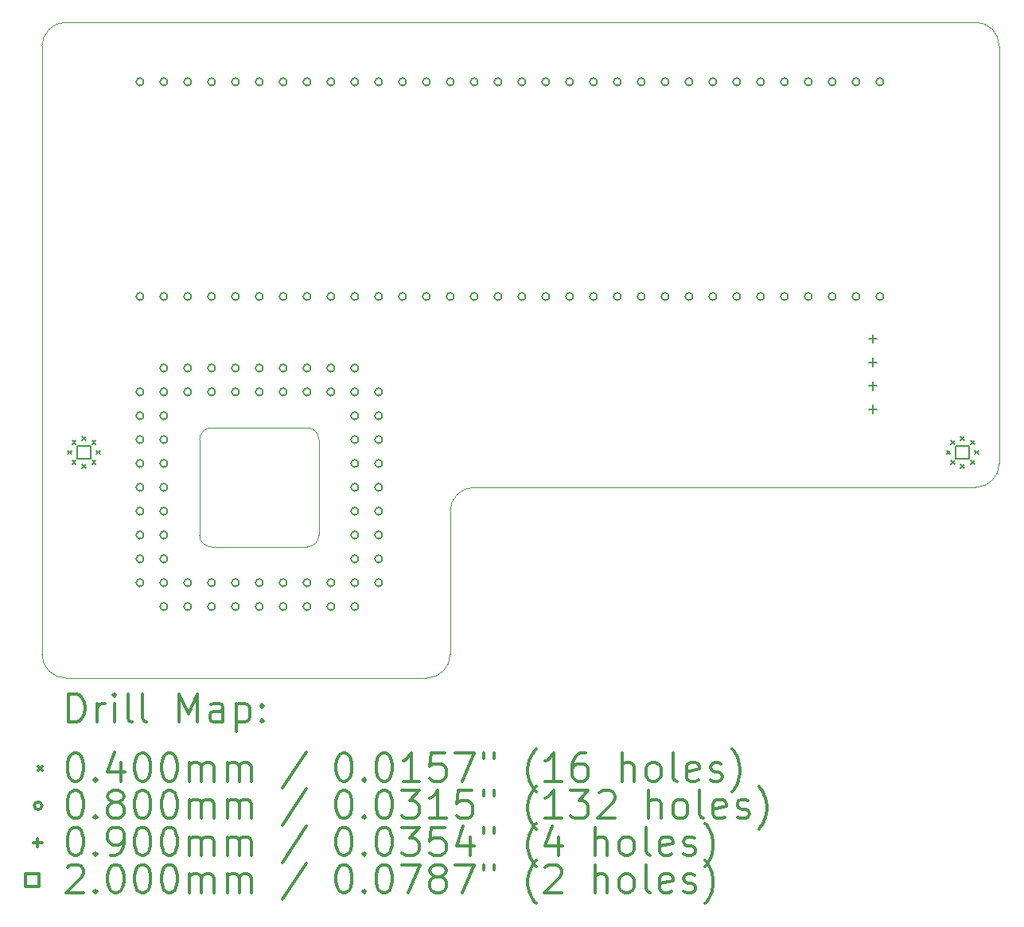
<source format=gbr>
%FSLAX45Y45*%
G04 Gerber Fmt 4.5, Leading zero omitted, Abs format (unit mm)*
G04 Created by KiCad (PCBNEW (5.1.12)-1) date 2022-01-03 17:24:47*
%MOMM*%
%LPD*%
G01*
G04 APERTURE LIST*
%TA.AperFunction,Profile*%
%ADD10C,0.050000*%
%TD*%
%ADD11C,0.200000*%
%ADD12C,0.300000*%
G04 APERTURE END LIST*
D10*
X13589000Y-12954000D02*
G75*
G02*
X13462000Y-13081000I-127000J0D01*
G01*
X12446000Y-13081000D02*
G75*
G02*
X12319000Y-12954000I0J127000D01*
G01*
X12319000Y-11938000D02*
G75*
G02*
X12446000Y-11811000I127000J0D01*
G01*
X13462000Y-11811000D02*
G75*
G02*
X13589000Y-11938000I0J-127000D01*
G01*
X13462000Y-11811000D02*
X12446000Y-11811000D01*
X13589000Y-12954000D02*
X13589000Y-11938000D01*
X12446000Y-13081000D02*
X13462000Y-13081000D01*
X12319000Y-11938000D02*
X12319000Y-12954000D01*
X10896600Y-14478000D02*
G75*
G02*
X10642600Y-14224000I0J254000D01*
G01*
X10642600Y-7747000D02*
X10642600Y-14224000D01*
X20828000Y-7747000D02*
X20828000Y-12192000D01*
X10896600Y-7493000D02*
X20574000Y-7493000D01*
X14986000Y-12700000D02*
G75*
G02*
X15240000Y-12446000I254000J0D01*
G01*
X20828000Y-12192000D02*
G75*
G02*
X20574000Y-12446000I-254000J0D01*
G01*
X20574000Y-7493000D02*
G75*
G02*
X20828000Y-7747000I0J-254000D01*
G01*
X10642600Y-7747000D02*
G75*
G02*
X10896600Y-7493000I254000J0D01*
G01*
X14986000Y-14224000D02*
G75*
G02*
X14732000Y-14478000I-254000J0D01*
G01*
X15240000Y-12446000D02*
X20574000Y-12446000D01*
X14986000Y-12700000D02*
X14986000Y-14224000D01*
X14732000Y-14478000D02*
X10896600Y-14478000D01*
D11*
X10918000Y-12053000D02*
X10958000Y-12093000D01*
X10958000Y-12053000D02*
X10918000Y-12093000D01*
X10961900Y-11946900D02*
X11001900Y-11986900D01*
X11001900Y-11946900D02*
X10961900Y-11986900D01*
X10961900Y-12159100D02*
X11001900Y-12199100D01*
X11001900Y-12159100D02*
X10961900Y-12199100D01*
X11068000Y-11903000D02*
X11108000Y-11943000D01*
X11108000Y-11903000D02*
X11068000Y-11943000D01*
X11068000Y-12203000D02*
X11108000Y-12243000D01*
X11108000Y-12203000D02*
X11068000Y-12243000D01*
X11174100Y-11946900D02*
X11214100Y-11986900D01*
X11214100Y-11946900D02*
X11174100Y-11986900D01*
X11174100Y-12159100D02*
X11214100Y-12199100D01*
X11214100Y-12159100D02*
X11174100Y-12199100D01*
X11218000Y-12053000D02*
X11258000Y-12093000D01*
X11258000Y-12053000D02*
X11218000Y-12093000D01*
X20268000Y-12053000D02*
X20308000Y-12093000D01*
X20308000Y-12053000D02*
X20268000Y-12093000D01*
X20311900Y-11946900D02*
X20351900Y-11986900D01*
X20351900Y-11946900D02*
X20311900Y-11986900D01*
X20311900Y-12159100D02*
X20351900Y-12199100D01*
X20351900Y-12159100D02*
X20311900Y-12199100D01*
X20418000Y-11903000D02*
X20458000Y-11943000D01*
X20458000Y-11903000D02*
X20418000Y-11943000D01*
X20418000Y-12203000D02*
X20458000Y-12243000D01*
X20458000Y-12203000D02*
X20418000Y-12243000D01*
X20524100Y-11946900D02*
X20564100Y-11986900D01*
X20564100Y-11946900D02*
X20524100Y-11986900D01*
X20524100Y-12159100D02*
X20564100Y-12199100D01*
X20564100Y-12159100D02*
X20524100Y-12199100D01*
X20568000Y-12053000D02*
X20608000Y-12093000D01*
X20608000Y-12053000D02*
X20568000Y-12093000D01*
X11724000Y-8128000D02*
G75*
G03*
X11724000Y-8128000I-40000J0D01*
G01*
X11724000Y-10414000D02*
G75*
G03*
X11724000Y-10414000I-40000J0D01*
G01*
X11724000Y-11430000D02*
G75*
G03*
X11724000Y-11430000I-40000J0D01*
G01*
X11724000Y-11684000D02*
G75*
G03*
X11724000Y-11684000I-40000J0D01*
G01*
X11724000Y-11938000D02*
G75*
G03*
X11724000Y-11938000I-40000J0D01*
G01*
X11724000Y-12192000D02*
G75*
G03*
X11724000Y-12192000I-40000J0D01*
G01*
X11724000Y-12446000D02*
G75*
G03*
X11724000Y-12446000I-40000J0D01*
G01*
X11724000Y-12700000D02*
G75*
G03*
X11724000Y-12700000I-40000J0D01*
G01*
X11724000Y-12954000D02*
G75*
G03*
X11724000Y-12954000I-40000J0D01*
G01*
X11724000Y-13208000D02*
G75*
G03*
X11724000Y-13208000I-40000J0D01*
G01*
X11724000Y-13462000D02*
G75*
G03*
X11724000Y-13462000I-40000J0D01*
G01*
X11978000Y-8128000D02*
G75*
G03*
X11978000Y-8128000I-40000J0D01*
G01*
X11978000Y-10414000D02*
G75*
G03*
X11978000Y-10414000I-40000J0D01*
G01*
X11978000Y-11176000D02*
G75*
G03*
X11978000Y-11176000I-40000J0D01*
G01*
X11978000Y-11430000D02*
G75*
G03*
X11978000Y-11430000I-40000J0D01*
G01*
X11978000Y-11684000D02*
G75*
G03*
X11978000Y-11684000I-40000J0D01*
G01*
X11978000Y-11938000D02*
G75*
G03*
X11978000Y-11938000I-40000J0D01*
G01*
X11978000Y-12192000D02*
G75*
G03*
X11978000Y-12192000I-40000J0D01*
G01*
X11978000Y-12446000D02*
G75*
G03*
X11978000Y-12446000I-40000J0D01*
G01*
X11978000Y-12700000D02*
G75*
G03*
X11978000Y-12700000I-40000J0D01*
G01*
X11978000Y-12954000D02*
G75*
G03*
X11978000Y-12954000I-40000J0D01*
G01*
X11978000Y-13208000D02*
G75*
G03*
X11978000Y-13208000I-40000J0D01*
G01*
X11978000Y-13462000D02*
G75*
G03*
X11978000Y-13462000I-40000J0D01*
G01*
X11978000Y-13716000D02*
G75*
G03*
X11978000Y-13716000I-40000J0D01*
G01*
X12232000Y-8128000D02*
G75*
G03*
X12232000Y-8128000I-40000J0D01*
G01*
X12232000Y-10414000D02*
G75*
G03*
X12232000Y-10414000I-40000J0D01*
G01*
X12232000Y-11176000D02*
G75*
G03*
X12232000Y-11176000I-40000J0D01*
G01*
X12232000Y-11430000D02*
G75*
G03*
X12232000Y-11430000I-40000J0D01*
G01*
X12232000Y-13462000D02*
G75*
G03*
X12232000Y-13462000I-40000J0D01*
G01*
X12232000Y-13716000D02*
G75*
G03*
X12232000Y-13716000I-40000J0D01*
G01*
X12486000Y-8128000D02*
G75*
G03*
X12486000Y-8128000I-40000J0D01*
G01*
X12486000Y-10414000D02*
G75*
G03*
X12486000Y-10414000I-40000J0D01*
G01*
X12486000Y-11176000D02*
G75*
G03*
X12486000Y-11176000I-40000J0D01*
G01*
X12486000Y-11430000D02*
G75*
G03*
X12486000Y-11430000I-40000J0D01*
G01*
X12486000Y-13462000D02*
G75*
G03*
X12486000Y-13462000I-40000J0D01*
G01*
X12486000Y-13716000D02*
G75*
G03*
X12486000Y-13716000I-40000J0D01*
G01*
X12740000Y-8128000D02*
G75*
G03*
X12740000Y-8128000I-40000J0D01*
G01*
X12740000Y-10414000D02*
G75*
G03*
X12740000Y-10414000I-40000J0D01*
G01*
X12740000Y-11176000D02*
G75*
G03*
X12740000Y-11176000I-40000J0D01*
G01*
X12740000Y-11430000D02*
G75*
G03*
X12740000Y-11430000I-40000J0D01*
G01*
X12740000Y-13462000D02*
G75*
G03*
X12740000Y-13462000I-40000J0D01*
G01*
X12740000Y-13716000D02*
G75*
G03*
X12740000Y-13716000I-40000J0D01*
G01*
X12994000Y-8128000D02*
G75*
G03*
X12994000Y-8128000I-40000J0D01*
G01*
X12994000Y-10414000D02*
G75*
G03*
X12994000Y-10414000I-40000J0D01*
G01*
X12994000Y-11176000D02*
G75*
G03*
X12994000Y-11176000I-40000J0D01*
G01*
X12994000Y-11430000D02*
G75*
G03*
X12994000Y-11430000I-40000J0D01*
G01*
X12994000Y-13462000D02*
G75*
G03*
X12994000Y-13462000I-40000J0D01*
G01*
X12994000Y-13716000D02*
G75*
G03*
X12994000Y-13716000I-40000J0D01*
G01*
X13248000Y-8128000D02*
G75*
G03*
X13248000Y-8128000I-40000J0D01*
G01*
X13248000Y-10414000D02*
G75*
G03*
X13248000Y-10414000I-40000J0D01*
G01*
X13248000Y-11176000D02*
G75*
G03*
X13248000Y-11176000I-40000J0D01*
G01*
X13248000Y-11430000D02*
G75*
G03*
X13248000Y-11430000I-40000J0D01*
G01*
X13248000Y-13462000D02*
G75*
G03*
X13248000Y-13462000I-40000J0D01*
G01*
X13248000Y-13716000D02*
G75*
G03*
X13248000Y-13716000I-40000J0D01*
G01*
X13502000Y-8128000D02*
G75*
G03*
X13502000Y-8128000I-40000J0D01*
G01*
X13502000Y-10414000D02*
G75*
G03*
X13502000Y-10414000I-40000J0D01*
G01*
X13502000Y-11176000D02*
G75*
G03*
X13502000Y-11176000I-40000J0D01*
G01*
X13502000Y-11430000D02*
G75*
G03*
X13502000Y-11430000I-40000J0D01*
G01*
X13502000Y-13462000D02*
G75*
G03*
X13502000Y-13462000I-40000J0D01*
G01*
X13502000Y-13716000D02*
G75*
G03*
X13502000Y-13716000I-40000J0D01*
G01*
X13756000Y-8128000D02*
G75*
G03*
X13756000Y-8128000I-40000J0D01*
G01*
X13756000Y-10414000D02*
G75*
G03*
X13756000Y-10414000I-40000J0D01*
G01*
X13756000Y-11176000D02*
G75*
G03*
X13756000Y-11176000I-40000J0D01*
G01*
X13756000Y-11430000D02*
G75*
G03*
X13756000Y-11430000I-40000J0D01*
G01*
X13756000Y-13462000D02*
G75*
G03*
X13756000Y-13462000I-40000J0D01*
G01*
X13756000Y-13716000D02*
G75*
G03*
X13756000Y-13716000I-40000J0D01*
G01*
X14010000Y-8128000D02*
G75*
G03*
X14010000Y-8128000I-40000J0D01*
G01*
X14010000Y-10414000D02*
G75*
G03*
X14010000Y-10414000I-40000J0D01*
G01*
X14010000Y-11176000D02*
G75*
G03*
X14010000Y-11176000I-40000J0D01*
G01*
X14010000Y-11430000D02*
G75*
G03*
X14010000Y-11430000I-40000J0D01*
G01*
X14010000Y-11684000D02*
G75*
G03*
X14010000Y-11684000I-40000J0D01*
G01*
X14010000Y-11938000D02*
G75*
G03*
X14010000Y-11938000I-40000J0D01*
G01*
X14010000Y-12192000D02*
G75*
G03*
X14010000Y-12192000I-40000J0D01*
G01*
X14010000Y-12446000D02*
G75*
G03*
X14010000Y-12446000I-40000J0D01*
G01*
X14010000Y-12700000D02*
G75*
G03*
X14010000Y-12700000I-40000J0D01*
G01*
X14010000Y-12954000D02*
G75*
G03*
X14010000Y-12954000I-40000J0D01*
G01*
X14010000Y-13208000D02*
G75*
G03*
X14010000Y-13208000I-40000J0D01*
G01*
X14010000Y-13462000D02*
G75*
G03*
X14010000Y-13462000I-40000J0D01*
G01*
X14010000Y-13716000D02*
G75*
G03*
X14010000Y-13716000I-40000J0D01*
G01*
X14264000Y-8128000D02*
G75*
G03*
X14264000Y-8128000I-40000J0D01*
G01*
X14264000Y-10414000D02*
G75*
G03*
X14264000Y-10414000I-40000J0D01*
G01*
X14264000Y-11430000D02*
G75*
G03*
X14264000Y-11430000I-40000J0D01*
G01*
X14264000Y-11684000D02*
G75*
G03*
X14264000Y-11684000I-40000J0D01*
G01*
X14264000Y-11938000D02*
G75*
G03*
X14264000Y-11938000I-40000J0D01*
G01*
X14264000Y-12192000D02*
G75*
G03*
X14264000Y-12192000I-40000J0D01*
G01*
X14264000Y-12446000D02*
G75*
G03*
X14264000Y-12446000I-40000J0D01*
G01*
X14264000Y-12700000D02*
G75*
G03*
X14264000Y-12700000I-40000J0D01*
G01*
X14264000Y-12954000D02*
G75*
G03*
X14264000Y-12954000I-40000J0D01*
G01*
X14264000Y-13208000D02*
G75*
G03*
X14264000Y-13208000I-40000J0D01*
G01*
X14264000Y-13462000D02*
G75*
G03*
X14264000Y-13462000I-40000J0D01*
G01*
X14518000Y-8128000D02*
G75*
G03*
X14518000Y-8128000I-40000J0D01*
G01*
X14518000Y-10414000D02*
G75*
G03*
X14518000Y-10414000I-40000J0D01*
G01*
X14772000Y-8128000D02*
G75*
G03*
X14772000Y-8128000I-40000J0D01*
G01*
X14772000Y-10414000D02*
G75*
G03*
X14772000Y-10414000I-40000J0D01*
G01*
X15026000Y-8128000D02*
G75*
G03*
X15026000Y-8128000I-40000J0D01*
G01*
X15026000Y-10414000D02*
G75*
G03*
X15026000Y-10414000I-40000J0D01*
G01*
X15280000Y-8128000D02*
G75*
G03*
X15280000Y-8128000I-40000J0D01*
G01*
X15280000Y-10414000D02*
G75*
G03*
X15280000Y-10414000I-40000J0D01*
G01*
X15534000Y-8128000D02*
G75*
G03*
X15534000Y-8128000I-40000J0D01*
G01*
X15534000Y-10414000D02*
G75*
G03*
X15534000Y-10414000I-40000J0D01*
G01*
X15788000Y-8128000D02*
G75*
G03*
X15788000Y-8128000I-40000J0D01*
G01*
X15788000Y-10414000D02*
G75*
G03*
X15788000Y-10414000I-40000J0D01*
G01*
X16042000Y-8128000D02*
G75*
G03*
X16042000Y-8128000I-40000J0D01*
G01*
X16042000Y-10414000D02*
G75*
G03*
X16042000Y-10414000I-40000J0D01*
G01*
X16296000Y-8128000D02*
G75*
G03*
X16296000Y-8128000I-40000J0D01*
G01*
X16296000Y-10414000D02*
G75*
G03*
X16296000Y-10414000I-40000J0D01*
G01*
X16550000Y-8128000D02*
G75*
G03*
X16550000Y-8128000I-40000J0D01*
G01*
X16550000Y-10414000D02*
G75*
G03*
X16550000Y-10414000I-40000J0D01*
G01*
X16804000Y-8128000D02*
G75*
G03*
X16804000Y-8128000I-40000J0D01*
G01*
X16804000Y-10414000D02*
G75*
G03*
X16804000Y-10414000I-40000J0D01*
G01*
X17058000Y-8128000D02*
G75*
G03*
X17058000Y-8128000I-40000J0D01*
G01*
X17058000Y-10414000D02*
G75*
G03*
X17058000Y-10414000I-40000J0D01*
G01*
X17312000Y-8128000D02*
G75*
G03*
X17312000Y-8128000I-40000J0D01*
G01*
X17312000Y-10414000D02*
G75*
G03*
X17312000Y-10414000I-40000J0D01*
G01*
X17566000Y-8128000D02*
G75*
G03*
X17566000Y-8128000I-40000J0D01*
G01*
X17566000Y-10414000D02*
G75*
G03*
X17566000Y-10414000I-40000J0D01*
G01*
X17820000Y-8128000D02*
G75*
G03*
X17820000Y-8128000I-40000J0D01*
G01*
X17820000Y-10414000D02*
G75*
G03*
X17820000Y-10414000I-40000J0D01*
G01*
X18074000Y-8128000D02*
G75*
G03*
X18074000Y-8128000I-40000J0D01*
G01*
X18074000Y-10414000D02*
G75*
G03*
X18074000Y-10414000I-40000J0D01*
G01*
X18328000Y-8128000D02*
G75*
G03*
X18328000Y-8128000I-40000J0D01*
G01*
X18328000Y-10414000D02*
G75*
G03*
X18328000Y-10414000I-40000J0D01*
G01*
X18582000Y-8128000D02*
G75*
G03*
X18582000Y-8128000I-40000J0D01*
G01*
X18582000Y-10414000D02*
G75*
G03*
X18582000Y-10414000I-40000J0D01*
G01*
X18836000Y-8128000D02*
G75*
G03*
X18836000Y-8128000I-40000J0D01*
G01*
X18836000Y-10414000D02*
G75*
G03*
X18836000Y-10414000I-40000J0D01*
G01*
X19090000Y-8128000D02*
G75*
G03*
X19090000Y-8128000I-40000J0D01*
G01*
X19090000Y-10414000D02*
G75*
G03*
X19090000Y-10414000I-40000J0D01*
G01*
X19344000Y-8128000D02*
G75*
G03*
X19344000Y-8128000I-40000J0D01*
G01*
X19344000Y-10414000D02*
G75*
G03*
X19344000Y-10414000I-40000J0D01*
G01*
X19598000Y-8128000D02*
G75*
G03*
X19598000Y-8128000I-40000J0D01*
G01*
X19598000Y-10414000D02*
G75*
G03*
X19598000Y-10414000I-40000J0D01*
G01*
X19484000Y-10819500D02*
X19484000Y-10909500D01*
X19439000Y-10864500D02*
X19529000Y-10864500D01*
X19484000Y-11069500D02*
X19484000Y-11159500D01*
X19439000Y-11114500D02*
X19529000Y-11114500D01*
X19484000Y-11319500D02*
X19484000Y-11409500D01*
X19439000Y-11364500D02*
X19529000Y-11364500D01*
X19484000Y-11569500D02*
X19484000Y-11659500D01*
X19439000Y-11614500D02*
X19529000Y-11614500D01*
X11158711Y-12143711D02*
X11158711Y-12002289D01*
X11017289Y-12002289D01*
X11017289Y-12143711D01*
X11158711Y-12143711D01*
X20508711Y-12143711D02*
X20508711Y-12002289D01*
X20367289Y-12002289D01*
X20367289Y-12143711D01*
X20508711Y-12143711D01*
D12*
X10926528Y-14946214D02*
X10926528Y-14646214D01*
X10997957Y-14646214D01*
X11040814Y-14660500D01*
X11069386Y-14689071D01*
X11083671Y-14717643D01*
X11097957Y-14774786D01*
X11097957Y-14817643D01*
X11083671Y-14874786D01*
X11069386Y-14903357D01*
X11040814Y-14931929D01*
X10997957Y-14946214D01*
X10926528Y-14946214D01*
X11226528Y-14946214D02*
X11226528Y-14746214D01*
X11226528Y-14803357D02*
X11240814Y-14774786D01*
X11255100Y-14760500D01*
X11283671Y-14746214D01*
X11312243Y-14746214D01*
X11412243Y-14946214D02*
X11412243Y-14746214D01*
X11412243Y-14646214D02*
X11397957Y-14660500D01*
X11412243Y-14674786D01*
X11426528Y-14660500D01*
X11412243Y-14646214D01*
X11412243Y-14674786D01*
X11597957Y-14946214D02*
X11569386Y-14931929D01*
X11555100Y-14903357D01*
X11555100Y-14646214D01*
X11755100Y-14946214D02*
X11726528Y-14931929D01*
X11712243Y-14903357D01*
X11712243Y-14646214D01*
X12097957Y-14946214D02*
X12097957Y-14646214D01*
X12197957Y-14860500D01*
X12297957Y-14646214D01*
X12297957Y-14946214D01*
X12569386Y-14946214D02*
X12569386Y-14789071D01*
X12555100Y-14760500D01*
X12526528Y-14746214D01*
X12469386Y-14746214D01*
X12440814Y-14760500D01*
X12569386Y-14931929D02*
X12540814Y-14946214D01*
X12469386Y-14946214D01*
X12440814Y-14931929D01*
X12426528Y-14903357D01*
X12426528Y-14874786D01*
X12440814Y-14846214D01*
X12469386Y-14831929D01*
X12540814Y-14831929D01*
X12569386Y-14817643D01*
X12712243Y-14746214D02*
X12712243Y-15046214D01*
X12712243Y-14760500D02*
X12740814Y-14746214D01*
X12797957Y-14746214D01*
X12826528Y-14760500D01*
X12840814Y-14774786D01*
X12855100Y-14803357D01*
X12855100Y-14889071D01*
X12840814Y-14917643D01*
X12826528Y-14931929D01*
X12797957Y-14946214D01*
X12740814Y-14946214D01*
X12712243Y-14931929D01*
X12983671Y-14917643D02*
X12997957Y-14931929D01*
X12983671Y-14946214D01*
X12969386Y-14931929D01*
X12983671Y-14917643D01*
X12983671Y-14946214D01*
X12983671Y-14760500D02*
X12997957Y-14774786D01*
X12983671Y-14789071D01*
X12969386Y-14774786D01*
X12983671Y-14760500D01*
X12983671Y-14789071D01*
X10600100Y-15420500D02*
X10640100Y-15460500D01*
X10640100Y-15420500D02*
X10600100Y-15460500D01*
X10983671Y-15276214D02*
X11012243Y-15276214D01*
X11040814Y-15290500D01*
X11055100Y-15304786D01*
X11069386Y-15333357D01*
X11083671Y-15390500D01*
X11083671Y-15461929D01*
X11069386Y-15519071D01*
X11055100Y-15547643D01*
X11040814Y-15561929D01*
X11012243Y-15576214D01*
X10983671Y-15576214D01*
X10955100Y-15561929D01*
X10940814Y-15547643D01*
X10926528Y-15519071D01*
X10912243Y-15461929D01*
X10912243Y-15390500D01*
X10926528Y-15333357D01*
X10940814Y-15304786D01*
X10955100Y-15290500D01*
X10983671Y-15276214D01*
X11212243Y-15547643D02*
X11226528Y-15561929D01*
X11212243Y-15576214D01*
X11197957Y-15561929D01*
X11212243Y-15547643D01*
X11212243Y-15576214D01*
X11483671Y-15376214D02*
X11483671Y-15576214D01*
X11412243Y-15261929D02*
X11340814Y-15476214D01*
X11526528Y-15476214D01*
X11697957Y-15276214D02*
X11726528Y-15276214D01*
X11755100Y-15290500D01*
X11769386Y-15304786D01*
X11783671Y-15333357D01*
X11797957Y-15390500D01*
X11797957Y-15461929D01*
X11783671Y-15519071D01*
X11769386Y-15547643D01*
X11755100Y-15561929D01*
X11726528Y-15576214D01*
X11697957Y-15576214D01*
X11669386Y-15561929D01*
X11655100Y-15547643D01*
X11640814Y-15519071D01*
X11626528Y-15461929D01*
X11626528Y-15390500D01*
X11640814Y-15333357D01*
X11655100Y-15304786D01*
X11669386Y-15290500D01*
X11697957Y-15276214D01*
X11983671Y-15276214D02*
X12012243Y-15276214D01*
X12040814Y-15290500D01*
X12055100Y-15304786D01*
X12069386Y-15333357D01*
X12083671Y-15390500D01*
X12083671Y-15461929D01*
X12069386Y-15519071D01*
X12055100Y-15547643D01*
X12040814Y-15561929D01*
X12012243Y-15576214D01*
X11983671Y-15576214D01*
X11955100Y-15561929D01*
X11940814Y-15547643D01*
X11926528Y-15519071D01*
X11912243Y-15461929D01*
X11912243Y-15390500D01*
X11926528Y-15333357D01*
X11940814Y-15304786D01*
X11955100Y-15290500D01*
X11983671Y-15276214D01*
X12212243Y-15576214D02*
X12212243Y-15376214D01*
X12212243Y-15404786D02*
X12226528Y-15390500D01*
X12255100Y-15376214D01*
X12297957Y-15376214D01*
X12326528Y-15390500D01*
X12340814Y-15419071D01*
X12340814Y-15576214D01*
X12340814Y-15419071D02*
X12355100Y-15390500D01*
X12383671Y-15376214D01*
X12426528Y-15376214D01*
X12455100Y-15390500D01*
X12469386Y-15419071D01*
X12469386Y-15576214D01*
X12612243Y-15576214D02*
X12612243Y-15376214D01*
X12612243Y-15404786D02*
X12626528Y-15390500D01*
X12655100Y-15376214D01*
X12697957Y-15376214D01*
X12726528Y-15390500D01*
X12740814Y-15419071D01*
X12740814Y-15576214D01*
X12740814Y-15419071D02*
X12755100Y-15390500D01*
X12783671Y-15376214D01*
X12826528Y-15376214D01*
X12855100Y-15390500D01*
X12869386Y-15419071D01*
X12869386Y-15576214D01*
X13455100Y-15261929D02*
X13197957Y-15647643D01*
X13840814Y-15276214D02*
X13869386Y-15276214D01*
X13897957Y-15290500D01*
X13912243Y-15304786D01*
X13926528Y-15333357D01*
X13940814Y-15390500D01*
X13940814Y-15461929D01*
X13926528Y-15519071D01*
X13912243Y-15547643D01*
X13897957Y-15561929D01*
X13869386Y-15576214D01*
X13840814Y-15576214D01*
X13812243Y-15561929D01*
X13797957Y-15547643D01*
X13783671Y-15519071D01*
X13769386Y-15461929D01*
X13769386Y-15390500D01*
X13783671Y-15333357D01*
X13797957Y-15304786D01*
X13812243Y-15290500D01*
X13840814Y-15276214D01*
X14069386Y-15547643D02*
X14083671Y-15561929D01*
X14069386Y-15576214D01*
X14055100Y-15561929D01*
X14069386Y-15547643D01*
X14069386Y-15576214D01*
X14269386Y-15276214D02*
X14297957Y-15276214D01*
X14326528Y-15290500D01*
X14340814Y-15304786D01*
X14355100Y-15333357D01*
X14369386Y-15390500D01*
X14369386Y-15461929D01*
X14355100Y-15519071D01*
X14340814Y-15547643D01*
X14326528Y-15561929D01*
X14297957Y-15576214D01*
X14269386Y-15576214D01*
X14240814Y-15561929D01*
X14226528Y-15547643D01*
X14212243Y-15519071D01*
X14197957Y-15461929D01*
X14197957Y-15390500D01*
X14212243Y-15333357D01*
X14226528Y-15304786D01*
X14240814Y-15290500D01*
X14269386Y-15276214D01*
X14655100Y-15576214D02*
X14483671Y-15576214D01*
X14569386Y-15576214D02*
X14569386Y-15276214D01*
X14540814Y-15319071D01*
X14512243Y-15347643D01*
X14483671Y-15361929D01*
X14926528Y-15276214D02*
X14783671Y-15276214D01*
X14769386Y-15419071D01*
X14783671Y-15404786D01*
X14812243Y-15390500D01*
X14883671Y-15390500D01*
X14912243Y-15404786D01*
X14926528Y-15419071D01*
X14940814Y-15447643D01*
X14940814Y-15519071D01*
X14926528Y-15547643D01*
X14912243Y-15561929D01*
X14883671Y-15576214D01*
X14812243Y-15576214D01*
X14783671Y-15561929D01*
X14769386Y-15547643D01*
X15040814Y-15276214D02*
X15240814Y-15276214D01*
X15112243Y-15576214D01*
X15340814Y-15276214D02*
X15340814Y-15333357D01*
X15455100Y-15276214D02*
X15455100Y-15333357D01*
X15897957Y-15690500D02*
X15883671Y-15676214D01*
X15855100Y-15633357D01*
X15840814Y-15604786D01*
X15826528Y-15561929D01*
X15812243Y-15490500D01*
X15812243Y-15433357D01*
X15826528Y-15361929D01*
X15840814Y-15319071D01*
X15855100Y-15290500D01*
X15883671Y-15247643D01*
X15897957Y-15233357D01*
X16169386Y-15576214D02*
X15997957Y-15576214D01*
X16083671Y-15576214D02*
X16083671Y-15276214D01*
X16055100Y-15319071D01*
X16026528Y-15347643D01*
X15997957Y-15361929D01*
X16426528Y-15276214D02*
X16369386Y-15276214D01*
X16340814Y-15290500D01*
X16326528Y-15304786D01*
X16297957Y-15347643D01*
X16283671Y-15404786D01*
X16283671Y-15519071D01*
X16297957Y-15547643D01*
X16312243Y-15561929D01*
X16340814Y-15576214D01*
X16397957Y-15576214D01*
X16426528Y-15561929D01*
X16440814Y-15547643D01*
X16455100Y-15519071D01*
X16455100Y-15447643D01*
X16440814Y-15419071D01*
X16426528Y-15404786D01*
X16397957Y-15390500D01*
X16340814Y-15390500D01*
X16312243Y-15404786D01*
X16297957Y-15419071D01*
X16283671Y-15447643D01*
X16812243Y-15576214D02*
X16812243Y-15276214D01*
X16940814Y-15576214D02*
X16940814Y-15419071D01*
X16926528Y-15390500D01*
X16897957Y-15376214D01*
X16855100Y-15376214D01*
X16826528Y-15390500D01*
X16812243Y-15404786D01*
X17126528Y-15576214D02*
X17097957Y-15561929D01*
X17083671Y-15547643D01*
X17069386Y-15519071D01*
X17069386Y-15433357D01*
X17083671Y-15404786D01*
X17097957Y-15390500D01*
X17126528Y-15376214D01*
X17169386Y-15376214D01*
X17197957Y-15390500D01*
X17212243Y-15404786D01*
X17226528Y-15433357D01*
X17226528Y-15519071D01*
X17212243Y-15547643D01*
X17197957Y-15561929D01*
X17169386Y-15576214D01*
X17126528Y-15576214D01*
X17397957Y-15576214D02*
X17369386Y-15561929D01*
X17355100Y-15533357D01*
X17355100Y-15276214D01*
X17626528Y-15561929D02*
X17597957Y-15576214D01*
X17540814Y-15576214D01*
X17512243Y-15561929D01*
X17497957Y-15533357D01*
X17497957Y-15419071D01*
X17512243Y-15390500D01*
X17540814Y-15376214D01*
X17597957Y-15376214D01*
X17626528Y-15390500D01*
X17640814Y-15419071D01*
X17640814Y-15447643D01*
X17497957Y-15476214D01*
X17755100Y-15561929D02*
X17783671Y-15576214D01*
X17840814Y-15576214D01*
X17869386Y-15561929D01*
X17883671Y-15533357D01*
X17883671Y-15519071D01*
X17869386Y-15490500D01*
X17840814Y-15476214D01*
X17797957Y-15476214D01*
X17769386Y-15461929D01*
X17755100Y-15433357D01*
X17755100Y-15419071D01*
X17769386Y-15390500D01*
X17797957Y-15376214D01*
X17840814Y-15376214D01*
X17869386Y-15390500D01*
X17983671Y-15690500D02*
X17997957Y-15676214D01*
X18026528Y-15633357D01*
X18040814Y-15604786D01*
X18055100Y-15561929D01*
X18069386Y-15490500D01*
X18069386Y-15433357D01*
X18055100Y-15361929D01*
X18040814Y-15319071D01*
X18026528Y-15290500D01*
X17997957Y-15247643D01*
X17983671Y-15233357D01*
X10640100Y-15836500D02*
G75*
G03*
X10640100Y-15836500I-40000J0D01*
G01*
X10983671Y-15672214D02*
X11012243Y-15672214D01*
X11040814Y-15686500D01*
X11055100Y-15700786D01*
X11069386Y-15729357D01*
X11083671Y-15786500D01*
X11083671Y-15857929D01*
X11069386Y-15915071D01*
X11055100Y-15943643D01*
X11040814Y-15957929D01*
X11012243Y-15972214D01*
X10983671Y-15972214D01*
X10955100Y-15957929D01*
X10940814Y-15943643D01*
X10926528Y-15915071D01*
X10912243Y-15857929D01*
X10912243Y-15786500D01*
X10926528Y-15729357D01*
X10940814Y-15700786D01*
X10955100Y-15686500D01*
X10983671Y-15672214D01*
X11212243Y-15943643D02*
X11226528Y-15957929D01*
X11212243Y-15972214D01*
X11197957Y-15957929D01*
X11212243Y-15943643D01*
X11212243Y-15972214D01*
X11397957Y-15800786D02*
X11369386Y-15786500D01*
X11355100Y-15772214D01*
X11340814Y-15743643D01*
X11340814Y-15729357D01*
X11355100Y-15700786D01*
X11369386Y-15686500D01*
X11397957Y-15672214D01*
X11455100Y-15672214D01*
X11483671Y-15686500D01*
X11497957Y-15700786D01*
X11512243Y-15729357D01*
X11512243Y-15743643D01*
X11497957Y-15772214D01*
X11483671Y-15786500D01*
X11455100Y-15800786D01*
X11397957Y-15800786D01*
X11369386Y-15815071D01*
X11355100Y-15829357D01*
X11340814Y-15857929D01*
X11340814Y-15915071D01*
X11355100Y-15943643D01*
X11369386Y-15957929D01*
X11397957Y-15972214D01*
X11455100Y-15972214D01*
X11483671Y-15957929D01*
X11497957Y-15943643D01*
X11512243Y-15915071D01*
X11512243Y-15857929D01*
X11497957Y-15829357D01*
X11483671Y-15815071D01*
X11455100Y-15800786D01*
X11697957Y-15672214D02*
X11726528Y-15672214D01*
X11755100Y-15686500D01*
X11769386Y-15700786D01*
X11783671Y-15729357D01*
X11797957Y-15786500D01*
X11797957Y-15857929D01*
X11783671Y-15915071D01*
X11769386Y-15943643D01*
X11755100Y-15957929D01*
X11726528Y-15972214D01*
X11697957Y-15972214D01*
X11669386Y-15957929D01*
X11655100Y-15943643D01*
X11640814Y-15915071D01*
X11626528Y-15857929D01*
X11626528Y-15786500D01*
X11640814Y-15729357D01*
X11655100Y-15700786D01*
X11669386Y-15686500D01*
X11697957Y-15672214D01*
X11983671Y-15672214D02*
X12012243Y-15672214D01*
X12040814Y-15686500D01*
X12055100Y-15700786D01*
X12069386Y-15729357D01*
X12083671Y-15786500D01*
X12083671Y-15857929D01*
X12069386Y-15915071D01*
X12055100Y-15943643D01*
X12040814Y-15957929D01*
X12012243Y-15972214D01*
X11983671Y-15972214D01*
X11955100Y-15957929D01*
X11940814Y-15943643D01*
X11926528Y-15915071D01*
X11912243Y-15857929D01*
X11912243Y-15786500D01*
X11926528Y-15729357D01*
X11940814Y-15700786D01*
X11955100Y-15686500D01*
X11983671Y-15672214D01*
X12212243Y-15972214D02*
X12212243Y-15772214D01*
X12212243Y-15800786D02*
X12226528Y-15786500D01*
X12255100Y-15772214D01*
X12297957Y-15772214D01*
X12326528Y-15786500D01*
X12340814Y-15815071D01*
X12340814Y-15972214D01*
X12340814Y-15815071D02*
X12355100Y-15786500D01*
X12383671Y-15772214D01*
X12426528Y-15772214D01*
X12455100Y-15786500D01*
X12469386Y-15815071D01*
X12469386Y-15972214D01*
X12612243Y-15972214D02*
X12612243Y-15772214D01*
X12612243Y-15800786D02*
X12626528Y-15786500D01*
X12655100Y-15772214D01*
X12697957Y-15772214D01*
X12726528Y-15786500D01*
X12740814Y-15815071D01*
X12740814Y-15972214D01*
X12740814Y-15815071D02*
X12755100Y-15786500D01*
X12783671Y-15772214D01*
X12826528Y-15772214D01*
X12855100Y-15786500D01*
X12869386Y-15815071D01*
X12869386Y-15972214D01*
X13455100Y-15657929D02*
X13197957Y-16043643D01*
X13840814Y-15672214D02*
X13869386Y-15672214D01*
X13897957Y-15686500D01*
X13912243Y-15700786D01*
X13926528Y-15729357D01*
X13940814Y-15786500D01*
X13940814Y-15857929D01*
X13926528Y-15915071D01*
X13912243Y-15943643D01*
X13897957Y-15957929D01*
X13869386Y-15972214D01*
X13840814Y-15972214D01*
X13812243Y-15957929D01*
X13797957Y-15943643D01*
X13783671Y-15915071D01*
X13769386Y-15857929D01*
X13769386Y-15786500D01*
X13783671Y-15729357D01*
X13797957Y-15700786D01*
X13812243Y-15686500D01*
X13840814Y-15672214D01*
X14069386Y-15943643D02*
X14083671Y-15957929D01*
X14069386Y-15972214D01*
X14055100Y-15957929D01*
X14069386Y-15943643D01*
X14069386Y-15972214D01*
X14269386Y-15672214D02*
X14297957Y-15672214D01*
X14326528Y-15686500D01*
X14340814Y-15700786D01*
X14355100Y-15729357D01*
X14369386Y-15786500D01*
X14369386Y-15857929D01*
X14355100Y-15915071D01*
X14340814Y-15943643D01*
X14326528Y-15957929D01*
X14297957Y-15972214D01*
X14269386Y-15972214D01*
X14240814Y-15957929D01*
X14226528Y-15943643D01*
X14212243Y-15915071D01*
X14197957Y-15857929D01*
X14197957Y-15786500D01*
X14212243Y-15729357D01*
X14226528Y-15700786D01*
X14240814Y-15686500D01*
X14269386Y-15672214D01*
X14469386Y-15672214D02*
X14655100Y-15672214D01*
X14555100Y-15786500D01*
X14597957Y-15786500D01*
X14626528Y-15800786D01*
X14640814Y-15815071D01*
X14655100Y-15843643D01*
X14655100Y-15915071D01*
X14640814Y-15943643D01*
X14626528Y-15957929D01*
X14597957Y-15972214D01*
X14512243Y-15972214D01*
X14483671Y-15957929D01*
X14469386Y-15943643D01*
X14940814Y-15972214D02*
X14769386Y-15972214D01*
X14855100Y-15972214D02*
X14855100Y-15672214D01*
X14826528Y-15715071D01*
X14797957Y-15743643D01*
X14769386Y-15757929D01*
X15212243Y-15672214D02*
X15069386Y-15672214D01*
X15055100Y-15815071D01*
X15069386Y-15800786D01*
X15097957Y-15786500D01*
X15169386Y-15786500D01*
X15197957Y-15800786D01*
X15212243Y-15815071D01*
X15226528Y-15843643D01*
X15226528Y-15915071D01*
X15212243Y-15943643D01*
X15197957Y-15957929D01*
X15169386Y-15972214D01*
X15097957Y-15972214D01*
X15069386Y-15957929D01*
X15055100Y-15943643D01*
X15340814Y-15672214D02*
X15340814Y-15729357D01*
X15455100Y-15672214D02*
X15455100Y-15729357D01*
X15897957Y-16086500D02*
X15883671Y-16072214D01*
X15855100Y-16029357D01*
X15840814Y-16000786D01*
X15826528Y-15957929D01*
X15812243Y-15886500D01*
X15812243Y-15829357D01*
X15826528Y-15757929D01*
X15840814Y-15715071D01*
X15855100Y-15686500D01*
X15883671Y-15643643D01*
X15897957Y-15629357D01*
X16169386Y-15972214D02*
X15997957Y-15972214D01*
X16083671Y-15972214D02*
X16083671Y-15672214D01*
X16055100Y-15715071D01*
X16026528Y-15743643D01*
X15997957Y-15757929D01*
X16269386Y-15672214D02*
X16455100Y-15672214D01*
X16355100Y-15786500D01*
X16397957Y-15786500D01*
X16426528Y-15800786D01*
X16440814Y-15815071D01*
X16455100Y-15843643D01*
X16455100Y-15915071D01*
X16440814Y-15943643D01*
X16426528Y-15957929D01*
X16397957Y-15972214D01*
X16312243Y-15972214D01*
X16283671Y-15957929D01*
X16269386Y-15943643D01*
X16569386Y-15700786D02*
X16583671Y-15686500D01*
X16612243Y-15672214D01*
X16683671Y-15672214D01*
X16712243Y-15686500D01*
X16726528Y-15700786D01*
X16740814Y-15729357D01*
X16740814Y-15757929D01*
X16726528Y-15800786D01*
X16555100Y-15972214D01*
X16740814Y-15972214D01*
X17097957Y-15972214D02*
X17097957Y-15672214D01*
X17226528Y-15972214D02*
X17226528Y-15815071D01*
X17212243Y-15786500D01*
X17183671Y-15772214D01*
X17140814Y-15772214D01*
X17112243Y-15786500D01*
X17097957Y-15800786D01*
X17412243Y-15972214D02*
X17383671Y-15957929D01*
X17369386Y-15943643D01*
X17355100Y-15915071D01*
X17355100Y-15829357D01*
X17369386Y-15800786D01*
X17383671Y-15786500D01*
X17412243Y-15772214D01*
X17455100Y-15772214D01*
X17483671Y-15786500D01*
X17497957Y-15800786D01*
X17512243Y-15829357D01*
X17512243Y-15915071D01*
X17497957Y-15943643D01*
X17483671Y-15957929D01*
X17455100Y-15972214D01*
X17412243Y-15972214D01*
X17683671Y-15972214D02*
X17655100Y-15957929D01*
X17640814Y-15929357D01*
X17640814Y-15672214D01*
X17912243Y-15957929D02*
X17883671Y-15972214D01*
X17826528Y-15972214D01*
X17797957Y-15957929D01*
X17783671Y-15929357D01*
X17783671Y-15815071D01*
X17797957Y-15786500D01*
X17826528Y-15772214D01*
X17883671Y-15772214D01*
X17912243Y-15786500D01*
X17926528Y-15815071D01*
X17926528Y-15843643D01*
X17783671Y-15872214D01*
X18040814Y-15957929D02*
X18069386Y-15972214D01*
X18126528Y-15972214D01*
X18155100Y-15957929D01*
X18169386Y-15929357D01*
X18169386Y-15915071D01*
X18155100Y-15886500D01*
X18126528Y-15872214D01*
X18083671Y-15872214D01*
X18055100Y-15857929D01*
X18040814Y-15829357D01*
X18040814Y-15815071D01*
X18055100Y-15786500D01*
X18083671Y-15772214D01*
X18126528Y-15772214D01*
X18155100Y-15786500D01*
X18269386Y-16086500D02*
X18283671Y-16072214D01*
X18312243Y-16029357D01*
X18326528Y-16000786D01*
X18340814Y-15957929D01*
X18355100Y-15886500D01*
X18355100Y-15829357D01*
X18340814Y-15757929D01*
X18326528Y-15715071D01*
X18312243Y-15686500D01*
X18283671Y-15643643D01*
X18269386Y-15629357D01*
X10595100Y-16187500D02*
X10595100Y-16277500D01*
X10550100Y-16232500D02*
X10640100Y-16232500D01*
X10983671Y-16068214D02*
X11012243Y-16068214D01*
X11040814Y-16082500D01*
X11055100Y-16096786D01*
X11069386Y-16125357D01*
X11083671Y-16182500D01*
X11083671Y-16253929D01*
X11069386Y-16311071D01*
X11055100Y-16339643D01*
X11040814Y-16353929D01*
X11012243Y-16368214D01*
X10983671Y-16368214D01*
X10955100Y-16353929D01*
X10940814Y-16339643D01*
X10926528Y-16311071D01*
X10912243Y-16253929D01*
X10912243Y-16182500D01*
X10926528Y-16125357D01*
X10940814Y-16096786D01*
X10955100Y-16082500D01*
X10983671Y-16068214D01*
X11212243Y-16339643D02*
X11226528Y-16353929D01*
X11212243Y-16368214D01*
X11197957Y-16353929D01*
X11212243Y-16339643D01*
X11212243Y-16368214D01*
X11369386Y-16368214D02*
X11426528Y-16368214D01*
X11455100Y-16353929D01*
X11469386Y-16339643D01*
X11497957Y-16296786D01*
X11512243Y-16239643D01*
X11512243Y-16125357D01*
X11497957Y-16096786D01*
X11483671Y-16082500D01*
X11455100Y-16068214D01*
X11397957Y-16068214D01*
X11369386Y-16082500D01*
X11355100Y-16096786D01*
X11340814Y-16125357D01*
X11340814Y-16196786D01*
X11355100Y-16225357D01*
X11369386Y-16239643D01*
X11397957Y-16253929D01*
X11455100Y-16253929D01*
X11483671Y-16239643D01*
X11497957Y-16225357D01*
X11512243Y-16196786D01*
X11697957Y-16068214D02*
X11726528Y-16068214D01*
X11755100Y-16082500D01*
X11769386Y-16096786D01*
X11783671Y-16125357D01*
X11797957Y-16182500D01*
X11797957Y-16253929D01*
X11783671Y-16311071D01*
X11769386Y-16339643D01*
X11755100Y-16353929D01*
X11726528Y-16368214D01*
X11697957Y-16368214D01*
X11669386Y-16353929D01*
X11655100Y-16339643D01*
X11640814Y-16311071D01*
X11626528Y-16253929D01*
X11626528Y-16182500D01*
X11640814Y-16125357D01*
X11655100Y-16096786D01*
X11669386Y-16082500D01*
X11697957Y-16068214D01*
X11983671Y-16068214D02*
X12012243Y-16068214D01*
X12040814Y-16082500D01*
X12055100Y-16096786D01*
X12069386Y-16125357D01*
X12083671Y-16182500D01*
X12083671Y-16253929D01*
X12069386Y-16311071D01*
X12055100Y-16339643D01*
X12040814Y-16353929D01*
X12012243Y-16368214D01*
X11983671Y-16368214D01*
X11955100Y-16353929D01*
X11940814Y-16339643D01*
X11926528Y-16311071D01*
X11912243Y-16253929D01*
X11912243Y-16182500D01*
X11926528Y-16125357D01*
X11940814Y-16096786D01*
X11955100Y-16082500D01*
X11983671Y-16068214D01*
X12212243Y-16368214D02*
X12212243Y-16168214D01*
X12212243Y-16196786D02*
X12226528Y-16182500D01*
X12255100Y-16168214D01*
X12297957Y-16168214D01*
X12326528Y-16182500D01*
X12340814Y-16211071D01*
X12340814Y-16368214D01*
X12340814Y-16211071D02*
X12355100Y-16182500D01*
X12383671Y-16168214D01*
X12426528Y-16168214D01*
X12455100Y-16182500D01*
X12469386Y-16211071D01*
X12469386Y-16368214D01*
X12612243Y-16368214D02*
X12612243Y-16168214D01*
X12612243Y-16196786D02*
X12626528Y-16182500D01*
X12655100Y-16168214D01*
X12697957Y-16168214D01*
X12726528Y-16182500D01*
X12740814Y-16211071D01*
X12740814Y-16368214D01*
X12740814Y-16211071D02*
X12755100Y-16182500D01*
X12783671Y-16168214D01*
X12826528Y-16168214D01*
X12855100Y-16182500D01*
X12869386Y-16211071D01*
X12869386Y-16368214D01*
X13455100Y-16053929D02*
X13197957Y-16439643D01*
X13840814Y-16068214D02*
X13869386Y-16068214D01*
X13897957Y-16082500D01*
X13912243Y-16096786D01*
X13926528Y-16125357D01*
X13940814Y-16182500D01*
X13940814Y-16253929D01*
X13926528Y-16311071D01*
X13912243Y-16339643D01*
X13897957Y-16353929D01*
X13869386Y-16368214D01*
X13840814Y-16368214D01*
X13812243Y-16353929D01*
X13797957Y-16339643D01*
X13783671Y-16311071D01*
X13769386Y-16253929D01*
X13769386Y-16182500D01*
X13783671Y-16125357D01*
X13797957Y-16096786D01*
X13812243Y-16082500D01*
X13840814Y-16068214D01*
X14069386Y-16339643D02*
X14083671Y-16353929D01*
X14069386Y-16368214D01*
X14055100Y-16353929D01*
X14069386Y-16339643D01*
X14069386Y-16368214D01*
X14269386Y-16068214D02*
X14297957Y-16068214D01*
X14326528Y-16082500D01*
X14340814Y-16096786D01*
X14355100Y-16125357D01*
X14369386Y-16182500D01*
X14369386Y-16253929D01*
X14355100Y-16311071D01*
X14340814Y-16339643D01*
X14326528Y-16353929D01*
X14297957Y-16368214D01*
X14269386Y-16368214D01*
X14240814Y-16353929D01*
X14226528Y-16339643D01*
X14212243Y-16311071D01*
X14197957Y-16253929D01*
X14197957Y-16182500D01*
X14212243Y-16125357D01*
X14226528Y-16096786D01*
X14240814Y-16082500D01*
X14269386Y-16068214D01*
X14469386Y-16068214D02*
X14655100Y-16068214D01*
X14555100Y-16182500D01*
X14597957Y-16182500D01*
X14626528Y-16196786D01*
X14640814Y-16211071D01*
X14655100Y-16239643D01*
X14655100Y-16311071D01*
X14640814Y-16339643D01*
X14626528Y-16353929D01*
X14597957Y-16368214D01*
X14512243Y-16368214D01*
X14483671Y-16353929D01*
X14469386Y-16339643D01*
X14926528Y-16068214D02*
X14783671Y-16068214D01*
X14769386Y-16211071D01*
X14783671Y-16196786D01*
X14812243Y-16182500D01*
X14883671Y-16182500D01*
X14912243Y-16196786D01*
X14926528Y-16211071D01*
X14940814Y-16239643D01*
X14940814Y-16311071D01*
X14926528Y-16339643D01*
X14912243Y-16353929D01*
X14883671Y-16368214D01*
X14812243Y-16368214D01*
X14783671Y-16353929D01*
X14769386Y-16339643D01*
X15197957Y-16168214D02*
X15197957Y-16368214D01*
X15126528Y-16053929D02*
X15055100Y-16268214D01*
X15240814Y-16268214D01*
X15340814Y-16068214D02*
X15340814Y-16125357D01*
X15455100Y-16068214D02*
X15455100Y-16125357D01*
X15897957Y-16482500D02*
X15883671Y-16468214D01*
X15855100Y-16425357D01*
X15840814Y-16396786D01*
X15826528Y-16353929D01*
X15812243Y-16282500D01*
X15812243Y-16225357D01*
X15826528Y-16153929D01*
X15840814Y-16111071D01*
X15855100Y-16082500D01*
X15883671Y-16039643D01*
X15897957Y-16025357D01*
X16140814Y-16168214D02*
X16140814Y-16368214D01*
X16069386Y-16053929D02*
X15997957Y-16268214D01*
X16183671Y-16268214D01*
X16526528Y-16368214D02*
X16526528Y-16068214D01*
X16655100Y-16368214D02*
X16655100Y-16211071D01*
X16640814Y-16182500D01*
X16612243Y-16168214D01*
X16569386Y-16168214D01*
X16540814Y-16182500D01*
X16526528Y-16196786D01*
X16840814Y-16368214D02*
X16812243Y-16353929D01*
X16797957Y-16339643D01*
X16783671Y-16311071D01*
X16783671Y-16225357D01*
X16797957Y-16196786D01*
X16812243Y-16182500D01*
X16840814Y-16168214D01*
X16883671Y-16168214D01*
X16912243Y-16182500D01*
X16926528Y-16196786D01*
X16940814Y-16225357D01*
X16940814Y-16311071D01*
X16926528Y-16339643D01*
X16912243Y-16353929D01*
X16883671Y-16368214D01*
X16840814Y-16368214D01*
X17112243Y-16368214D02*
X17083671Y-16353929D01*
X17069386Y-16325357D01*
X17069386Y-16068214D01*
X17340814Y-16353929D02*
X17312243Y-16368214D01*
X17255100Y-16368214D01*
X17226528Y-16353929D01*
X17212243Y-16325357D01*
X17212243Y-16211071D01*
X17226528Y-16182500D01*
X17255100Y-16168214D01*
X17312243Y-16168214D01*
X17340814Y-16182500D01*
X17355100Y-16211071D01*
X17355100Y-16239643D01*
X17212243Y-16268214D01*
X17469386Y-16353929D02*
X17497957Y-16368214D01*
X17555100Y-16368214D01*
X17583671Y-16353929D01*
X17597957Y-16325357D01*
X17597957Y-16311071D01*
X17583671Y-16282500D01*
X17555100Y-16268214D01*
X17512243Y-16268214D01*
X17483671Y-16253929D01*
X17469386Y-16225357D01*
X17469386Y-16211071D01*
X17483671Y-16182500D01*
X17512243Y-16168214D01*
X17555100Y-16168214D01*
X17583671Y-16182500D01*
X17697957Y-16482500D02*
X17712243Y-16468214D01*
X17740814Y-16425357D01*
X17755100Y-16396786D01*
X17769386Y-16353929D01*
X17783671Y-16282500D01*
X17783671Y-16225357D01*
X17769386Y-16153929D01*
X17755100Y-16111071D01*
X17740814Y-16082500D01*
X17712243Y-16039643D01*
X17697957Y-16025357D01*
X10610811Y-16699211D02*
X10610811Y-16557789D01*
X10469389Y-16557789D01*
X10469389Y-16699211D01*
X10610811Y-16699211D01*
X10912243Y-16492786D02*
X10926528Y-16478500D01*
X10955100Y-16464214D01*
X11026528Y-16464214D01*
X11055100Y-16478500D01*
X11069386Y-16492786D01*
X11083671Y-16521357D01*
X11083671Y-16549929D01*
X11069386Y-16592786D01*
X10897957Y-16764214D01*
X11083671Y-16764214D01*
X11212243Y-16735643D02*
X11226528Y-16749929D01*
X11212243Y-16764214D01*
X11197957Y-16749929D01*
X11212243Y-16735643D01*
X11212243Y-16764214D01*
X11412243Y-16464214D02*
X11440814Y-16464214D01*
X11469386Y-16478500D01*
X11483671Y-16492786D01*
X11497957Y-16521357D01*
X11512243Y-16578500D01*
X11512243Y-16649929D01*
X11497957Y-16707071D01*
X11483671Y-16735643D01*
X11469386Y-16749929D01*
X11440814Y-16764214D01*
X11412243Y-16764214D01*
X11383671Y-16749929D01*
X11369386Y-16735643D01*
X11355100Y-16707071D01*
X11340814Y-16649929D01*
X11340814Y-16578500D01*
X11355100Y-16521357D01*
X11369386Y-16492786D01*
X11383671Y-16478500D01*
X11412243Y-16464214D01*
X11697957Y-16464214D02*
X11726528Y-16464214D01*
X11755100Y-16478500D01*
X11769386Y-16492786D01*
X11783671Y-16521357D01*
X11797957Y-16578500D01*
X11797957Y-16649929D01*
X11783671Y-16707071D01*
X11769386Y-16735643D01*
X11755100Y-16749929D01*
X11726528Y-16764214D01*
X11697957Y-16764214D01*
X11669386Y-16749929D01*
X11655100Y-16735643D01*
X11640814Y-16707071D01*
X11626528Y-16649929D01*
X11626528Y-16578500D01*
X11640814Y-16521357D01*
X11655100Y-16492786D01*
X11669386Y-16478500D01*
X11697957Y-16464214D01*
X11983671Y-16464214D02*
X12012243Y-16464214D01*
X12040814Y-16478500D01*
X12055100Y-16492786D01*
X12069386Y-16521357D01*
X12083671Y-16578500D01*
X12083671Y-16649929D01*
X12069386Y-16707071D01*
X12055100Y-16735643D01*
X12040814Y-16749929D01*
X12012243Y-16764214D01*
X11983671Y-16764214D01*
X11955100Y-16749929D01*
X11940814Y-16735643D01*
X11926528Y-16707071D01*
X11912243Y-16649929D01*
X11912243Y-16578500D01*
X11926528Y-16521357D01*
X11940814Y-16492786D01*
X11955100Y-16478500D01*
X11983671Y-16464214D01*
X12212243Y-16764214D02*
X12212243Y-16564214D01*
X12212243Y-16592786D02*
X12226528Y-16578500D01*
X12255100Y-16564214D01*
X12297957Y-16564214D01*
X12326528Y-16578500D01*
X12340814Y-16607071D01*
X12340814Y-16764214D01*
X12340814Y-16607071D02*
X12355100Y-16578500D01*
X12383671Y-16564214D01*
X12426528Y-16564214D01*
X12455100Y-16578500D01*
X12469386Y-16607071D01*
X12469386Y-16764214D01*
X12612243Y-16764214D02*
X12612243Y-16564214D01*
X12612243Y-16592786D02*
X12626528Y-16578500D01*
X12655100Y-16564214D01*
X12697957Y-16564214D01*
X12726528Y-16578500D01*
X12740814Y-16607071D01*
X12740814Y-16764214D01*
X12740814Y-16607071D02*
X12755100Y-16578500D01*
X12783671Y-16564214D01*
X12826528Y-16564214D01*
X12855100Y-16578500D01*
X12869386Y-16607071D01*
X12869386Y-16764214D01*
X13455100Y-16449929D02*
X13197957Y-16835643D01*
X13840814Y-16464214D02*
X13869386Y-16464214D01*
X13897957Y-16478500D01*
X13912243Y-16492786D01*
X13926528Y-16521357D01*
X13940814Y-16578500D01*
X13940814Y-16649929D01*
X13926528Y-16707071D01*
X13912243Y-16735643D01*
X13897957Y-16749929D01*
X13869386Y-16764214D01*
X13840814Y-16764214D01*
X13812243Y-16749929D01*
X13797957Y-16735643D01*
X13783671Y-16707071D01*
X13769386Y-16649929D01*
X13769386Y-16578500D01*
X13783671Y-16521357D01*
X13797957Y-16492786D01*
X13812243Y-16478500D01*
X13840814Y-16464214D01*
X14069386Y-16735643D02*
X14083671Y-16749929D01*
X14069386Y-16764214D01*
X14055100Y-16749929D01*
X14069386Y-16735643D01*
X14069386Y-16764214D01*
X14269386Y-16464214D02*
X14297957Y-16464214D01*
X14326528Y-16478500D01*
X14340814Y-16492786D01*
X14355100Y-16521357D01*
X14369386Y-16578500D01*
X14369386Y-16649929D01*
X14355100Y-16707071D01*
X14340814Y-16735643D01*
X14326528Y-16749929D01*
X14297957Y-16764214D01*
X14269386Y-16764214D01*
X14240814Y-16749929D01*
X14226528Y-16735643D01*
X14212243Y-16707071D01*
X14197957Y-16649929D01*
X14197957Y-16578500D01*
X14212243Y-16521357D01*
X14226528Y-16492786D01*
X14240814Y-16478500D01*
X14269386Y-16464214D01*
X14469386Y-16464214D02*
X14669386Y-16464214D01*
X14540814Y-16764214D01*
X14826528Y-16592786D02*
X14797957Y-16578500D01*
X14783671Y-16564214D01*
X14769386Y-16535643D01*
X14769386Y-16521357D01*
X14783671Y-16492786D01*
X14797957Y-16478500D01*
X14826528Y-16464214D01*
X14883671Y-16464214D01*
X14912243Y-16478500D01*
X14926528Y-16492786D01*
X14940814Y-16521357D01*
X14940814Y-16535643D01*
X14926528Y-16564214D01*
X14912243Y-16578500D01*
X14883671Y-16592786D01*
X14826528Y-16592786D01*
X14797957Y-16607071D01*
X14783671Y-16621357D01*
X14769386Y-16649929D01*
X14769386Y-16707071D01*
X14783671Y-16735643D01*
X14797957Y-16749929D01*
X14826528Y-16764214D01*
X14883671Y-16764214D01*
X14912243Y-16749929D01*
X14926528Y-16735643D01*
X14940814Y-16707071D01*
X14940814Y-16649929D01*
X14926528Y-16621357D01*
X14912243Y-16607071D01*
X14883671Y-16592786D01*
X15040814Y-16464214D02*
X15240814Y-16464214D01*
X15112243Y-16764214D01*
X15340814Y-16464214D02*
X15340814Y-16521357D01*
X15455100Y-16464214D02*
X15455100Y-16521357D01*
X15897957Y-16878500D02*
X15883671Y-16864214D01*
X15855100Y-16821357D01*
X15840814Y-16792786D01*
X15826528Y-16749929D01*
X15812243Y-16678500D01*
X15812243Y-16621357D01*
X15826528Y-16549929D01*
X15840814Y-16507071D01*
X15855100Y-16478500D01*
X15883671Y-16435643D01*
X15897957Y-16421357D01*
X15997957Y-16492786D02*
X16012243Y-16478500D01*
X16040814Y-16464214D01*
X16112243Y-16464214D01*
X16140814Y-16478500D01*
X16155100Y-16492786D01*
X16169386Y-16521357D01*
X16169386Y-16549929D01*
X16155100Y-16592786D01*
X15983671Y-16764214D01*
X16169386Y-16764214D01*
X16526528Y-16764214D02*
X16526528Y-16464214D01*
X16655100Y-16764214D02*
X16655100Y-16607071D01*
X16640814Y-16578500D01*
X16612243Y-16564214D01*
X16569386Y-16564214D01*
X16540814Y-16578500D01*
X16526528Y-16592786D01*
X16840814Y-16764214D02*
X16812243Y-16749929D01*
X16797957Y-16735643D01*
X16783671Y-16707071D01*
X16783671Y-16621357D01*
X16797957Y-16592786D01*
X16812243Y-16578500D01*
X16840814Y-16564214D01*
X16883671Y-16564214D01*
X16912243Y-16578500D01*
X16926528Y-16592786D01*
X16940814Y-16621357D01*
X16940814Y-16707071D01*
X16926528Y-16735643D01*
X16912243Y-16749929D01*
X16883671Y-16764214D01*
X16840814Y-16764214D01*
X17112243Y-16764214D02*
X17083671Y-16749929D01*
X17069386Y-16721357D01*
X17069386Y-16464214D01*
X17340814Y-16749929D02*
X17312243Y-16764214D01*
X17255100Y-16764214D01*
X17226528Y-16749929D01*
X17212243Y-16721357D01*
X17212243Y-16607071D01*
X17226528Y-16578500D01*
X17255100Y-16564214D01*
X17312243Y-16564214D01*
X17340814Y-16578500D01*
X17355100Y-16607071D01*
X17355100Y-16635643D01*
X17212243Y-16664214D01*
X17469386Y-16749929D02*
X17497957Y-16764214D01*
X17555100Y-16764214D01*
X17583671Y-16749929D01*
X17597957Y-16721357D01*
X17597957Y-16707071D01*
X17583671Y-16678500D01*
X17555100Y-16664214D01*
X17512243Y-16664214D01*
X17483671Y-16649929D01*
X17469386Y-16621357D01*
X17469386Y-16607071D01*
X17483671Y-16578500D01*
X17512243Y-16564214D01*
X17555100Y-16564214D01*
X17583671Y-16578500D01*
X17697957Y-16878500D02*
X17712243Y-16864214D01*
X17740814Y-16821357D01*
X17755100Y-16792786D01*
X17769386Y-16749929D01*
X17783671Y-16678500D01*
X17783671Y-16621357D01*
X17769386Y-16549929D01*
X17755100Y-16507071D01*
X17740814Y-16478500D01*
X17712243Y-16435643D01*
X17697957Y-16421357D01*
M02*

</source>
